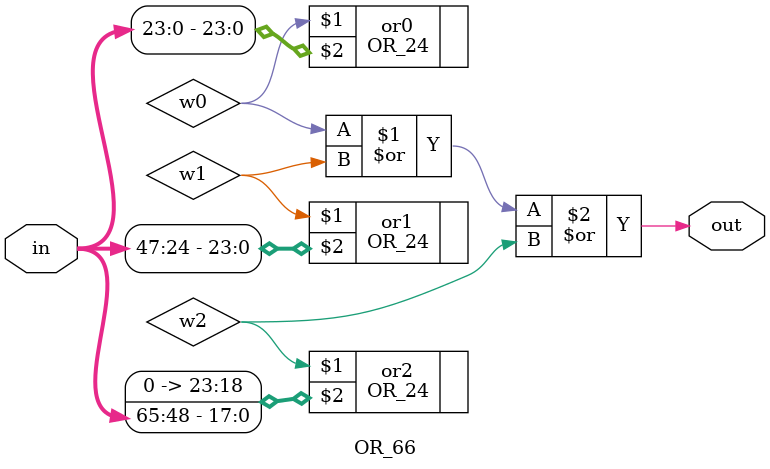
<source format=sv>
`timescale 1ps/1ps
module OR_66 (out, in);
	input [65:0] in;
	output out;
	wire w0, w1, w2;
	
	OR_24 or0(w0, in[23:0]);
	OR_24 or1(w1, in[47:24]);
	OR_24 or2(w2, {6'b000000, in[65:48]});
	or #50 or3(out, w0, w1, w2);	
endmodule

</source>
